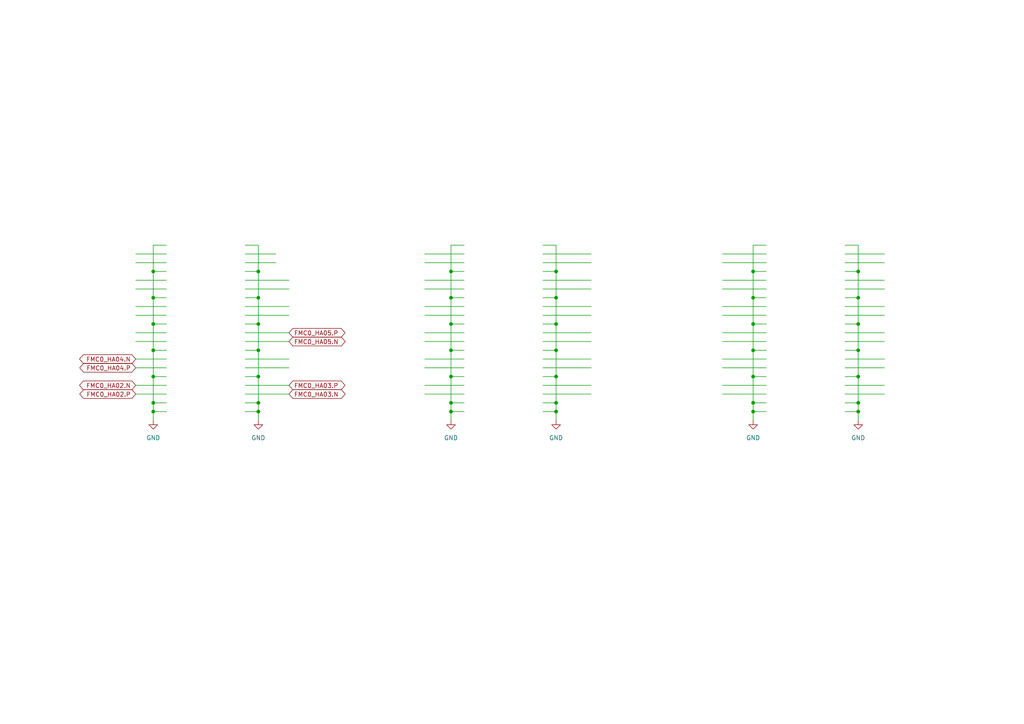
<source format=kicad_sch>
(kicad_sch (version 20231120) (generator "eeschema") (generator_version "8.0")
  (paper "A4")
  (lib_symbols
    (symbol "power:GND" (power) (pin_names (offset 0))
      (property "Value" "GND" (at 0 -3.81 0))
      (symbol "GND_0_1"
        (polyline (pts (xy 0 0) (xy 0 -1.27) (xy 1.27 -1.27) (xy 0 -2.54) (xy -1.27 -1.27) (xy 0 -1.27)))
      )
      (symbol "GND_1_1"
        (pin power_in line (at 0 0 270) (length 0) hide (name "GND") (number "1"))
      )
    )
  )
  (junction (at 44.45 93.98))
  (junction (at 218.44 101.6))
  (junction (at 161.29 101.6))
  (junction (at 218.44 109.22))
  (junction (at 44.45 101.6))
  (junction (at 130.81 78.74))
  (junction (at 44.45 109.22))
  (junction (at 161.29 116.84))
  (junction (at 248.92 86.36))
  (junction (at 218.44 119.38))
  (junction (at 44.45 78.74))
  (junction (at 248.92 93.98))
  (junction (at 248.92 119.38))
  (junction (at 130.81 86.36))
  (junction (at 161.29 119.38))
  (junction (at 74.93 86.36))
  (junction (at 161.29 86.36))
  (junction (at 74.93 116.84))
  (junction (at 248.92 101.6))
  (junction (at 74.93 101.6))
  (junction (at 44.45 116.84))
  (junction (at 130.81 93.98))
  (junction (at 161.29 93.98))
  (junction (at 130.81 116.84))
  (junction (at 44.45 119.38))
  (junction (at 74.93 78.74))
  (junction (at 130.81 119.38))
  (junction (at 44.45 86.36))
  (junction (at 130.81 101.6))
  (junction (at 218.44 93.98))
  (junction (at 248.92 109.22))
  (junction (at 74.93 119.38))
  (junction (at 74.93 93.98))
  (junction (at 248.92 78.74))
  (junction (at 161.29 109.22))
  (junction (at 130.81 109.22))
  (junction (at 218.44 86.36))
  (junction (at 161.29 78.74))
  (junction (at 248.92 116.84))
  (junction (at 218.44 116.84))
  (junction (at 218.44 78.74))
  (junction (at 74.93 109.22))
  (wire (pts (xy 44.45 109.22) (xy 48.26 109.22)))
  (wire (pts (xy 74.93 109.22) (xy 74.93 116.84)))
  (wire (pts (xy 130.81 86.36) (xy 130.81 93.98)))
  (wire (pts (xy 74.93 86.36) (xy 74.93 93.98)))
  (wire (pts (xy 245.11 114.3) (xy 256.54 114.3)))
  (wire (pts (xy 130.81 119.38) (xy 134.62 119.38)))
  (wire (pts (xy 130.81 119.38) (xy 130.81 121.92)))
  (wire (pts (xy 71.12 86.36) (xy 74.93 86.36)))
  (wire (pts (xy 157.48 78.74) (xy 161.29 78.74)))
  (wire (pts (xy 248.92 101.6) (xy 248.92 109.22)))
  (wire (pts (xy 248.92 71.12) (xy 245.11 71.12)))
  (wire (pts (xy 74.93 93.98) (xy 74.93 101.6)))
  (wire (pts (xy 218.44 71.12) (xy 218.44 78.74)))
  (wire (pts (xy 218.44 119.38) (xy 222.25 119.38)))
  (wire (pts (xy 44.45 71.12) (xy 44.45 78.74)))
  (wire (pts (xy 245.11 109.22) (xy 248.92 109.22)))
  (wire (pts (xy 44.45 78.74) (xy 48.26 78.74)))
  (wire (pts (xy 39.37 88.9) (xy 48.26 88.9)))
  (wire (pts (xy 209.55 73.66) (xy 222.25 73.66)))
  (wire (pts (xy 39.37 114.3) (xy 48.26 114.3)))
  (wire (pts (xy 74.93 71.12) (xy 74.93 78.74)))
  (wire (pts (xy 44.45 109.22) (xy 44.45 116.84)))
  (wire (pts (xy 123.19 76.2) (xy 134.62 76.2)))
  (wire (pts (xy 209.55 76.2) (xy 222.25 76.2)))
  (wire (pts (xy 71.12 88.9) (xy 83.82 88.9)))
  (wire (pts (xy 161.29 119.38) (xy 161.29 121.92)))
  (wire (pts (xy 157.48 86.36) (xy 161.29 86.36)))
  (wire (pts (xy 218.44 86.36) (xy 218.44 93.98)))
  (wire (pts (xy 209.55 106.68) (xy 222.25 106.68)))
  (wire (pts (xy 161.29 71.12) (xy 161.29 78.74)))
  (wire (pts (xy 39.37 73.66) (xy 48.26 73.66)))
  (wire (pts (xy 245.11 76.2) (xy 256.54 76.2)))
  (wire (pts (xy 245.11 116.84) (xy 248.92 116.84)))
  (wire (pts (xy 218.44 71.12) (xy 222.25 71.12)))
  (wire (pts (xy 245.11 86.36) (xy 248.92 86.36)))
  (wire (pts (xy 130.81 93.98) (xy 130.81 101.6)))
  (wire (pts (xy 157.48 109.22) (xy 161.29 109.22)))
  (wire (pts (xy 123.19 91.44) (xy 134.62 91.44)))
  (wire (pts (xy 71.12 106.68) (xy 83.82 106.68)))
  (wire (pts (xy 161.29 109.22) (xy 161.29 116.84)))
  (wire (pts (xy 44.45 116.84) (xy 48.26 116.84)))
  (wire (pts (xy 157.48 91.44) (xy 171.45 91.44)))
  (wire (pts (xy 161.29 71.12) (xy 157.48 71.12)))
  (wire (pts (xy 157.48 104.14) (xy 171.45 104.14)))
  (wire (pts (xy 157.48 76.2) (xy 171.45 76.2)))
  (wire (pts (xy 245.11 83.82) (xy 256.54 83.82)))
  (wire (pts (xy 218.44 116.84) (xy 218.44 119.38)))
  (wire (pts (xy 71.12 109.22) (xy 74.93 109.22)))
  (wire (pts (xy 248.92 109.22) (xy 248.92 116.84)))
  (wire (pts (xy 39.37 81.28) (xy 48.26 81.28)))
  (wire (pts (xy 39.37 91.44) (xy 48.26 91.44)))
  (wire (pts (xy 71.12 101.6) (xy 74.93 101.6)))
  (wire (pts (xy 209.55 83.82) (xy 222.25 83.82)))
  (wire (pts (xy 123.19 104.14) (xy 134.62 104.14)))
  (wire (pts (xy 161.29 78.74) (xy 161.29 86.36)))
  (wire (pts (xy 209.55 91.44) (xy 222.25 91.44)))
  (wire (pts (xy 39.37 83.82) (xy 48.26 83.82)))
  (wire (pts (xy 74.93 71.12) (xy 71.12 71.12)))
  (wire (pts (xy 157.48 93.98) (xy 161.29 93.98)))
  (wire (pts (xy 39.37 96.52) (xy 48.26 96.52)))
  (wire (pts (xy 245.11 104.14) (xy 256.54 104.14)))
  (wire (pts (xy 245.11 78.74) (xy 248.92 78.74)))
  (wire (pts (xy 209.55 99.06) (xy 222.25 99.06)))
  (wire (pts (xy 39.37 106.68) (xy 48.26 106.68)))
  (wire (pts (xy 71.12 99.06) (xy 83.82 99.06)))
  (wire (pts (xy 157.48 96.52) (xy 171.45 96.52)))
  (wire (pts (xy 248.92 78.74) (xy 248.92 86.36)))
  (wire (pts (xy 123.19 81.28) (xy 134.62 81.28)))
  (wire (pts (xy 130.81 71.12) (xy 130.81 78.74)))
  (wire (pts (xy 245.11 119.38) (xy 248.92 119.38)))
  (wire (pts (xy 130.81 78.74) (xy 130.81 86.36)))
  (wire (pts (xy 130.81 86.36) (xy 134.62 86.36)))
  (wire (pts (xy 130.81 78.74) (xy 134.62 78.74)))
  (wire (pts (xy 157.48 88.9) (xy 171.45 88.9)))
  (wire (pts (xy 123.19 83.82) (xy 134.62 83.82)))
  (wire (pts (xy 71.12 116.84) (xy 74.93 116.84)))
  (wire (pts (xy 44.45 78.74) (xy 44.45 86.36)))
  (wire (pts (xy 44.45 101.6) (xy 44.45 109.22)))
  (wire (pts (xy 123.19 96.52) (xy 134.62 96.52)))
  (wire (pts (xy 161.29 101.6) (xy 161.29 109.22)))
  (wire (pts (xy 248.92 86.36) (xy 248.92 93.98)))
  (wire (pts (xy 157.48 81.28) (xy 171.45 81.28)))
  (wire (pts (xy 74.93 119.38) (xy 74.93 121.92)))
  (wire (pts (xy 245.11 96.52) (xy 256.54 96.52)))
  (wire (pts (xy 157.48 119.38) (xy 161.29 119.38)))
  (wire (pts (xy 209.55 114.3) (xy 222.25 114.3)))
  (wire (pts (xy 218.44 101.6) (xy 218.44 109.22)))
  (wire (pts (xy 209.55 81.28) (xy 222.25 81.28)))
  (wire (pts (xy 71.12 111.76) (xy 83.82 111.76)))
  (wire (pts (xy 248.92 119.38) (xy 248.92 121.92)))
  (wire (pts (xy 71.12 114.3) (xy 83.82 114.3)))
  (wire (pts (xy 245.11 99.06) (xy 256.54 99.06)))
  (wire (pts (xy 248.92 116.84) (xy 248.92 119.38)))
  (wire (pts (xy 218.44 119.38) (xy 218.44 121.92)))
  (wire (pts (xy 130.81 71.12) (xy 134.62 71.12)))
  (wire (pts (xy 209.55 96.52) (xy 222.25 96.52)))
  (wire (pts (xy 161.29 93.98) (xy 161.29 101.6)))
  (wire (pts (xy 218.44 93.98) (xy 218.44 101.6)))
  (wire (pts (xy 218.44 109.22) (xy 218.44 116.84)))
  (wire (pts (xy 157.48 116.84) (xy 161.29 116.84)))
  (wire (pts (xy 44.45 71.12) (xy 48.26 71.12)))
  (wire (pts (xy 245.11 88.9) (xy 256.54 88.9)))
  (wire (pts (xy 209.55 111.76) (xy 222.25 111.76)))
  (wire (pts (xy 218.44 93.98) (xy 222.25 93.98)))
  (wire (pts (xy 123.19 111.76) (xy 134.62 111.76)))
  (wire (pts (xy 161.29 116.84) (xy 161.29 119.38)))
  (wire (pts (xy 130.81 93.98) (xy 134.62 93.98)))
  (wire (pts (xy 71.12 76.2) (xy 80.01 76.2)))
  (wire (pts (xy 71.12 96.52) (xy 83.82 96.52)))
  (wire (pts (xy 209.55 104.14) (xy 222.25 104.14)))
  (wire (pts (xy 39.37 111.76) (xy 48.26 111.76)))
  (wire (pts (xy 74.93 116.84) (xy 74.93 119.38)))
  (wire (pts (xy 39.37 99.06) (xy 48.26 99.06)))
  (wire (pts (xy 157.48 83.82) (xy 171.45 83.82)))
  (wire (pts (xy 161.29 86.36) (xy 161.29 93.98)))
  (wire (pts (xy 130.81 109.22) (xy 130.81 116.84)))
  (wire (pts (xy 71.12 83.82) (xy 83.82 83.82)))
  (wire (pts (xy 157.48 114.3) (xy 171.45 114.3)))
  (wire (pts (xy 71.12 119.38) (xy 74.93 119.38)))
  (wire (pts (xy 157.48 73.66) (xy 171.45 73.66)))
  (wire (pts (xy 123.19 99.06) (xy 134.62 99.06)))
  (wire (pts (xy 71.12 91.44) (xy 83.82 91.44)))
  (wire (pts (xy 44.45 86.36) (xy 48.26 86.36)))
  (wire (pts (xy 248.92 71.12) (xy 248.92 78.74)))
  (wire (pts (xy 218.44 86.36) (xy 222.25 86.36)))
  (wire (pts (xy 74.93 78.74) (xy 74.93 86.36)))
  (wire (pts (xy 130.81 116.84) (xy 134.62 116.84)))
  (wire (pts (xy 209.55 88.9) (xy 222.25 88.9)))
  (wire (pts (xy 44.45 101.6) (xy 48.26 101.6)))
  (wire (pts (xy 130.81 109.22) (xy 134.62 109.22)))
  (wire (pts (xy 71.12 104.14) (xy 83.82 104.14)))
  (wire (pts (xy 39.37 104.14) (xy 48.26 104.14)))
  (wire (pts (xy 74.93 101.6) (xy 74.93 109.22)))
  (wire (pts (xy 157.48 99.06) (xy 171.45 99.06)))
  (wire (pts (xy 245.11 91.44) (xy 256.54 91.44)))
  (wire (pts (xy 157.48 106.68) (xy 171.45 106.68)))
  (wire (pts (xy 123.19 114.3) (xy 134.62 114.3)))
  (wire (pts (xy 123.19 106.68) (xy 134.62 106.68)))
  (wire (pts (xy 245.11 81.28) (xy 256.54 81.28)))
  (wire (pts (xy 71.12 73.66) (xy 80.01 73.66)))
  (wire (pts (xy 248.92 93.98) (xy 248.92 101.6)))
  (wire (pts (xy 71.12 81.28) (xy 83.82 81.28)))
  (wire (pts (xy 218.44 116.84) (xy 222.25 116.84)))
  (wire (pts (xy 130.81 101.6) (xy 134.62 101.6)))
  (wire (pts (xy 218.44 101.6) (xy 222.25 101.6)))
  (wire (pts (xy 130.81 101.6) (xy 130.81 109.22)))
  (wire (pts (xy 44.45 93.98) (xy 48.26 93.98)))
  (wire (pts (xy 245.11 73.66) (xy 256.54 73.66)))
  (wire (pts (xy 39.37 76.2) (xy 48.26 76.2)))
  (wire (pts (xy 71.12 78.74) (xy 74.93 78.74)))
  (wire (pts (xy 44.45 119.38) (xy 44.45 121.92)))
  (wire (pts (xy 44.45 93.98) (xy 44.45 101.6)))
  (wire (pts (xy 157.48 111.76) (xy 171.45 111.76)))
  (wire (pts (xy 245.11 101.6) (xy 248.92 101.6)))
  (wire (pts (xy 123.19 73.66) (xy 134.62 73.66)))
  (wire (pts (xy 71.12 93.98) (xy 74.93 93.98)))
  (wire (pts (xy 44.45 119.38) (xy 48.26 119.38)))
  (wire (pts (xy 218.44 109.22) (xy 222.25 109.22)))
  (wire (pts (xy 245.11 93.98) (xy 248.92 93.98)))
  (wire (pts (xy 157.48 101.6) (xy 161.29 101.6)))
  (wire (pts (xy 44.45 86.36) (xy 44.45 93.98)))
  (wire (pts (xy 130.81 116.84) (xy 130.81 119.38)))
  (wire (pts (xy 245.11 106.68) (xy 256.54 106.68)))
  (wire (pts (xy 44.45 116.84) (xy 44.45 119.38)))
  (wire (pts (xy 218.44 78.74) (xy 218.44 86.36)))
  (wire (pts (xy 245.11 111.76) (xy 256.54 111.76)))
  (wire (pts (xy 123.19 88.9) (xy 134.62 88.9)))
  (wire (pts (xy 218.44 78.74) (xy 222.25 78.74)))
  (global_label "FMC0_HA05.P" (shape bidirectional) (at 83.82 96.52 0) (property "Intersheetrefs" "${INTERSHEET_REFS}" (effects (hide yes))))
  (global_label "FMC0_HA02.N" (shape bidirectional) (at 39.37 111.76 180) (property "Intersheetrefs" "${INTERSHEET_REFS}" (effects (hide yes))))
  (global_label "FMC0_HA05.N" (shape bidirectional) (at 83.82 99.06 0) (property "Intersheetrefs" "${INTERSHEET_REFS}" (effects (hide yes))))
  (global_label "FMC0_HA04.N" (shape bidirectional) (at 39.37 104.14 180) (property "Intersheetrefs" "${INTERSHEET_REFS}" (effects (hide yes))))
  (global_label "FMC0_HA03.P" (shape bidirectional) (at 83.82 111.76 0) (property "Intersheetrefs" "${INTERSHEET_REFS}" (effects (hide yes))))
  (global_label "FMC0_HA02.P" (shape bidirectional) (at 39.37 114.3 180) (property "Intersheetrefs" "${INTERSHEET_REFS}" (effects (hide yes))))
  (global_label "FMC0_HA03.N" (shape bidirectional) (at 83.82 114.3 0) (property "Intersheetrefs" "${INTERSHEET_REFS}" (effects (hide yes))))
  (global_label "FMC0_HA04.P" (shape bidirectional) (at 39.37 106.68 180) (property "Intersheetrefs" "${INTERSHEET_REFS}" (effects (hide yes))))
  (symbol (lib_id "power:GND") (at 130.81 121.92 0) (unit 1)
    (property "Reference" "#PWR049" (effects (hide yes)))
    (property "Value" "GND" (at 130.81 127 0))
  )
  (symbol (lib_id "power:GND") (at 248.92 121.92 0) (unit 1)
    (property "Reference" "#PWR052" (effects (hide yes)))
    (property "Value" "GND" (at 248.92 127 0))
  )
  (symbol (lib_id "power:GND") (at 44.45 121.92 0) (unit 1)
    (property "Reference" "#PWR047" (effects (hide yes)))
    (property "Value" "GND" (at 44.45 127 0))
  )
  (symbol (lib_id "power:GND") (at 74.93 121.92 0) (unit 1)
    (property "Reference" "#PWR048" (effects (hide yes)))
    (property "Value" "GND" (at 74.93 127 0))
  )
  (symbol (lib_id "power:GND") (at 218.44 121.92 0) (unit 1)
    (property "Reference" "#PWR051" (effects (hide yes)))
    (property "Value" "GND" (at 218.44 127 0))
  )
  (symbol (lib_id "power:GND") (at 161.29 121.92 0) (unit 1)
    (property "Reference" "#PWR050" (effects (hide yes)))
    (property "Value" "GND" (at 161.29 127 0))
  )
)
</source>
